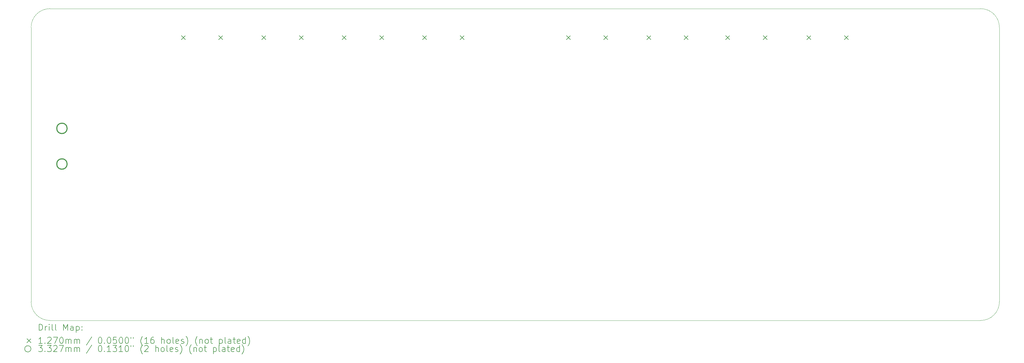
<source format=gbr>
%TF.GenerationSoftware,KiCad,Pcbnew,7.0.7*%
%TF.CreationDate,2024-01-25T11:56:01-05:00*%
%TF.ProjectId,AOML_AB_3.0_reorganized-v1,414f4d4c-5f41-4425-9f33-2e305f72656f,1*%
%TF.SameCoordinates,Original*%
%TF.FileFunction,Drillmap*%
%TF.FilePolarity,Positive*%
%FSLAX45Y45*%
G04 Gerber Fmt 4.5, Leading zero omitted, Abs format (unit mm)*
G04 Created by KiCad (PCBNEW 7.0.7) date 2024-01-25 11:56:01*
%MOMM*%
%LPD*%
G01*
G04 APERTURE LIST*
%ADD10C,0.100000*%
%ADD11C,0.200000*%
%ADD12C,0.127000*%
%ADD13C,0.332740*%
G04 APERTURE END LIST*
D10*
X5800000Y-8600000D02*
X35600000Y-8600000D01*
X36200000Y-9200000D02*
G75*
G03*
X35600000Y-8600000I-600000J0D01*
G01*
X36200000Y-9200000D02*
X36200000Y-18000000D01*
X5200000Y-18000000D02*
X5200000Y-9200000D01*
X5800000Y-8600000D02*
G75*
G03*
X5200000Y-9200000I0J-600000D01*
G01*
X35600000Y-18600000D02*
X5800000Y-18600000D01*
X35600000Y-18600000D02*
G75*
G03*
X36200000Y-18000000I0J600000D01*
G01*
X5200000Y-18000000D02*
G75*
G03*
X5800000Y-18600000I600000J0D01*
G01*
D11*
D12*
X10010467Y-9464000D02*
X10137467Y-9591000D01*
X10137467Y-9464000D02*
X10010467Y-9591000D01*
X11210465Y-9464000D02*
X11337465Y-9591000D01*
X11337465Y-9464000D02*
X11210465Y-9591000D01*
X12585812Y-9464000D02*
X12712812Y-9591000D01*
X12712812Y-9464000D02*
X12585812Y-9591000D01*
X13785810Y-9464000D02*
X13912810Y-9591000D01*
X13912810Y-9464000D02*
X13785810Y-9591000D01*
X15161157Y-9469500D02*
X15288157Y-9596500D01*
X15288157Y-9469500D02*
X15161157Y-9596500D01*
X16361155Y-9469500D02*
X16488155Y-9596500D01*
X16488155Y-9469500D02*
X16361155Y-9596500D01*
X17736502Y-9469500D02*
X17863502Y-9596500D01*
X17863502Y-9469500D02*
X17736502Y-9596500D01*
X18936500Y-9469500D02*
X19063500Y-9596500D01*
X19063500Y-9469500D02*
X18936500Y-9596500D01*
X22336502Y-9464000D02*
X22463502Y-9591000D01*
X22463502Y-9464000D02*
X22336502Y-9591000D01*
X23536500Y-9464000D02*
X23663500Y-9591000D01*
X23663500Y-9464000D02*
X23536500Y-9591000D01*
X24910467Y-9464000D02*
X25037467Y-9591000D01*
X25037467Y-9464000D02*
X24910467Y-9591000D01*
X26110465Y-9464000D02*
X26237465Y-9591000D01*
X26237465Y-9464000D02*
X26110465Y-9591000D01*
X27436502Y-9464000D02*
X27563502Y-9591000D01*
X27563502Y-9464000D02*
X27436502Y-9591000D01*
X28636500Y-9464000D02*
X28763500Y-9591000D01*
X28763500Y-9464000D02*
X28636500Y-9591000D01*
X30036502Y-9464000D02*
X30163502Y-9591000D01*
X30163502Y-9464000D02*
X30036502Y-9591000D01*
X31236500Y-9464000D02*
X31363500Y-9591000D01*
X31363500Y-9464000D02*
X31236500Y-9591000D01*
D13*
X6353270Y-12438990D02*
G75*
G03*
X6353270Y-12438990I-166370J0D01*
G01*
X6353270Y-13581990D02*
G75*
G03*
X6353270Y-13581990I-166370J0D01*
G01*
D11*
X5455777Y-18916484D02*
X5455777Y-18716484D01*
X5455777Y-18716484D02*
X5503396Y-18716484D01*
X5503396Y-18716484D02*
X5531967Y-18726008D01*
X5531967Y-18726008D02*
X5551015Y-18745055D01*
X5551015Y-18745055D02*
X5560539Y-18764103D01*
X5560539Y-18764103D02*
X5570063Y-18802198D01*
X5570063Y-18802198D02*
X5570063Y-18830770D01*
X5570063Y-18830770D02*
X5560539Y-18868865D01*
X5560539Y-18868865D02*
X5551015Y-18887912D01*
X5551015Y-18887912D02*
X5531967Y-18906960D01*
X5531967Y-18906960D02*
X5503396Y-18916484D01*
X5503396Y-18916484D02*
X5455777Y-18916484D01*
X5655777Y-18916484D02*
X5655777Y-18783150D01*
X5655777Y-18821246D02*
X5665301Y-18802198D01*
X5665301Y-18802198D02*
X5674824Y-18792674D01*
X5674824Y-18792674D02*
X5693872Y-18783150D01*
X5693872Y-18783150D02*
X5712920Y-18783150D01*
X5779586Y-18916484D02*
X5779586Y-18783150D01*
X5779586Y-18716484D02*
X5770062Y-18726008D01*
X5770062Y-18726008D02*
X5779586Y-18735531D01*
X5779586Y-18735531D02*
X5789110Y-18726008D01*
X5789110Y-18726008D02*
X5779586Y-18716484D01*
X5779586Y-18716484D02*
X5779586Y-18735531D01*
X5903396Y-18916484D02*
X5884348Y-18906960D01*
X5884348Y-18906960D02*
X5874824Y-18887912D01*
X5874824Y-18887912D02*
X5874824Y-18716484D01*
X6008158Y-18916484D02*
X5989110Y-18906960D01*
X5989110Y-18906960D02*
X5979586Y-18887912D01*
X5979586Y-18887912D02*
X5979586Y-18716484D01*
X6236729Y-18916484D02*
X6236729Y-18716484D01*
X6236729Y-18716484D02*
X6303396Y-18859341D01*
X6303396Y-18859341D02*
X6370062Y-18716484D01*
X6370062Y-18716484D02*
X6370062Y-18916484D01*
X6551015Y-18916484D02*
X6551015Y-18811722D01*
X6551015Y-18811722D02*
X6541491Y-18792674D01*
X6541491Y-18792674D02*
X6522443Y-18783150D01*
X6522443Y-18783150D02*
X6484348Y-18783150D01*
X6484348Y-18783150D02*
X6465301Y-18792674D01*
X6551015Y-18906960D02*
X6531967Y-18916484D01*
X6531967Y-18916484D02*
X6484348Y-18916484D01*
X6484348Y-18916484D02*
X6465301Y-18906960D01*
X6465301Y-18906960D02*
X6455777Y-18887912D01*
X6455777Y-18887912D02*
X6455777Y-18868865D01*
X6455777Y-18868865D02*
X6465301Y-18849817D01*
X6465301Y-18849817D02*
X6484348Y-18840293D01*
X6484348Y-18840293D02*
X6531967Y-18840293D01*
X6531967Y-18840293D02*
X6551015Y-18830770D01*
X6646253Y-18783150D02*
X6646253Y-18983150D01*
X6646253Y-18792674D02*
X6665301Y-18783150D01*
X6665301Y-18783150D02*
X6703396Y-18783150D01*
X6703396Y-18783150D02*
X6722443Y-18792674D01*
X6722443Y-18792674D02*
X6731967Y-18802198D01*
X6731967Y-18802198D02*
X6741491Y-18821246D01*
X6741491Y-18821246D02*
X6741491Y-18878389D01*
X6741491Y-18878389D02*
X6731967Y-18897436D01*
X6731967Y-18897436D02*
X6722443Y-18906960D01*
X6722443Y-18906960D02*
X6703396Y-18916484D01*
X6703396Y-18916484D02*
X6665301Y-18916484D01*
X6665301Y-18916484D02*
X6646253Y-18906960D01*
X6827205Y-18897436D02*
X6836729Y-18906960D01*
X6836729Y-18906960D02*
X6827205Y-18916484D01*
X6827205Y-18916484D02*
X6817682Y-18906960D01*
X6817682Y-18906960D02*
X6827205Y-18897436D01*
X6827205Y-18897436D02*
X6827205Y-18916484D01*
X6827205Y-18792674D02*
X6836729Y-18802198D01*
X6836729Y-18802198D02*
X6827205Y-18811722D01*
X6827205Y-18811722D02*
X6817682Y-18802198D01*
X6817682Y-18802198D02*
X6827205Y-18792674D01*
X6827205Y-18792674D02*
X6827205Y-18811722D01*
D12*
X5068000Y-19181500D02*
X5195000Y-19308500D01*
X5195000Y-19181500D02*
X5068000Y-19308500D01*
D11*
X5560539Y-19336484D02*
X5446253Y-19336484D01*
X5503396Y-19336484D02*
X5503396Y-19136484D01*
X5503396Y-19136484D02*
X5484348Y-19165055D01*
X5484348Y-19165055D02*
X5465301Y-19184103D01*
X5465301Y-19184103D02*
X5446253Y-19193627D01*
X5646253Y-19317436D02*
X5655777Y-19326960D01*
X5655777Y-19326960D02*
X5646253Y-19336484D01*
X5646253Y-19336484D02*
X5636729Y-19326960D01*
X5636729Y-19326960D02*
X5646253Y-19317436D01*
X5646253Y-19317436D02*
X5646253Y-19336484D01*
X5731967Y-19155531D02*
X5741491Y-19146008D01*
X5741491Y-19146008D02*
X5760539Y-19136484D01*
X5760539Y-19136484D02*
X5808158Y-19136484D01*
X5808158Y-19136484D02*
X5827205Y-19146008D01*
X5827205Y-19146008D02*
X5836729Y-19155531D01*
X5836729Y-19155531D02*
X5846253Y-19174579D01*
X5846253Y-19174579D02*
X5846253Y-19193627D01*
X5846253Y-19193627D02*
X5836729Y-19222198D01*
X5836729Y-19222198D02*
X5722443Y-19336484D01*
X5722443Y-19336484D02*
X5846253Y-19336484D01*
X5912920Y-19136484D02*
X6046253Y-19136484D01*
X6046253Y-19136484D02*
X5960539Y-19336484D01*
X6160539Y-19136484D02*
X6179586Y-19136484D01*
X6179586Y-19136484D02*
X6198634Y-19146008D01*
X6198634Y-19146008D02*
X6208158Y-19155531D01*
X6208158Y-19155531D02*
X6217682Y-19174579D01*
X6217682Y-19174579D02*
X6227205Y-19212674D01*
X6227205Y-19212674D02*
X6227205Y-19260293D01*
X6227205Y-19260293D02*
X6217682Y-19298389D01*
X6217682Y-19298389D02*
X6208158Y-19317436D01*
X6208158Y-19317436D02*
X6198634Y-19326960D01*
X6198634Y-19326960D02*
X6179586Y-19336484D01*
X6179586Y-19336484D02*
X6160539Y-19336484D01*
X6160539Y-19336484D02*
X6141491Y-19326960D01*
X6141491Y-19326960D02*
X6131967Y-19317436D01*
X6131967Y-19317436D02*
X6122443Y-19298389D01*
X6122443Y-19298389D02*
X6112920Y-19260293D01*
X6112920Y-19260293D02*
X6112920Y-19212674D01*
X6112920Y-19212674D02*
X6122443Y-19174579D01*
X6122443Y-19174579D02*
X6131967Y-19155531D01*
X6131967Y-19155531D02*
X6141491Y-19146008D01*
X6141491Y-19146008D02*
X6160539Y-19136484D01*
X6312920Y-19336484D02*
X6312920Y-19203150D01*
X6312920Y-19222198D02*
X6322443Y-19212674D01*
X6322443Y-19212674D02*
X6341491Y-19203150D01*
X6341491Y-19203150D02*
X6370063Y-19203150D01*
X6370063Y-19203150D02*
X6389110Y-19212674D01*
X6389110Y-19212674D02*
X6398634Y-19231722D01*
X6398634Y-19231722D02*
X6398634Y-19336484D01*
X6398634Y-19231722D02*
X6408158Y-19212674D01*
X6408158Y-19212674D02*
X6427205Y-19203150D01*
X6427205Y-19203150D02*
X6455777Y-19203150D01*
X6455777Y-19203150D02*
X6474824Y-19212674D01*
X6474824Y-19212674D02*
X6484348Y-19231722D01*
X6484348Y-19231722D02*
X6484348Y-19336484D01*
X6579586Y-19336484D02*
X6579586Y-19203150D01*
X6579586Y-19222198D02*
X6589110Y-19212674D01*
X6589110Y-19212674D02*
X6608158Y-19203150D01*
X6608158Y-19203150D02*
X6636729Y-19203150D01*
X6636729Y-19203150D02*
X6655777Y-19212674D01*
X6655777Y-19212674D02*
X6665301Y-19231722D01*
X6665301Y-19231722D02*
X6665301Y-19336484D01*
X6665301Y-19231722D02*
X6674824Y-19212674D01*
X6674824Y-19212674D02*
X6693872Y-19203150D01*
X6693872Y-19203150D02*
X6722443Y-19203150D01*
X6722443Y-19203150D02*
X6741491Y-19212674D01*
X6741491Y-19212674D02*
X6751015Y-19231722D01*
X6751015Y-19231722D02*
X6751015Y-19336484D01*
X7141491Y-19126960D02*
X6970063Y-19384103D01*
X7398634Y-19136484D02*
X7417682Y-19136484D01*
X7417682Y-19136484D02*
X7436729Y-19146008D01*
X7436729Y-19146008D02*
X7446253Y-19155531D01*
X7446253Y-19155531D02*
X7455777Y-19174579D01*
X7455777Y-19174579D02*
X7465301Y-19212674D01*
X7465301Y-19212674D02*
X7465301Y-19260293D01*
X7465301Y-19260293D02*
X7455777Y-19298389D01*
X7455777Y-19298389D02*
X7446253Y-19317436D01*
X7446253Y-19317436D02*
X7436729Y-19326960D01*
X7436729Y-19326960D02*
X7417682Y-19336484D01*
X7417682Y-19336484D02*
X7398634Y-19336484D01*
X7398634Y-19336484D02*
X7379586Y-19326960D01*
X7379586Y-19326960D02*
X7370063Y-19317436D01*
X7370063Y-19317436D02*
X7360539Y-19298389D01*
X7360539Y-19298389D02*
X7351015Y-19260293D01*
X7351015Y-19260293D02*
X7351015Y-19212674D01*
X7351015Y-19212674D02*
X7360539Y-19174579D01*
X7360539Y-19174579D02*
X7370063Y-19155531D01*
X7370063Y-19155531D02*
X7379586Y-19146008D01*
X7379586Y-19146008D02*
X7398634Y-19136484D01*
X7551015Y-19317436D02*
X7560539Y-19326960D01*
X7560539Y-19326960D02*
X7551015Y-19336484D01*
X7551015Y-19336484D02*
X7541491Y-19326960D01*
X7541491Y-19326960D02*
X7551015Y-19317436D01*
X7551015Y-19317436D02*
X7551015Y-19336484D01*
X7684348Y-19136484D02*
X7703396Y-19136484D01*
X7703396Y-19136484D02*
X7722444Y-19146008D01*
X7722444Y-19146008D02*
X7731967Y-19155531D01*
X7731967Y-19155531D02*
X7741491Y-19174579D01*
X7741491Y-19174579D02*
X7751015Y-19212674D01*
X7751015Y-19212674D02*
X7751015Y-19260293D01*
X7751015Y-19260293D02*
X7741491Y-19298389D01*
X7741491Y-19298389D02*
X7731967Y-19317436D01*
X7731967Y-19317436D02*
X7722444Y-19326960D01*
X7722444Y-19326960D02*
X7703396Y-19336484D01*
X7703396Y-19336484D02*
X7684348Y-19336484D01*
X7684348Y-19336484D02*
X7665301Y-19326960D01*
X7665301Y-19326960D02*
X7655777Y-19317436D01*
X7655777Y-19317436D02*
X7646253Y-19298389D01*
X7646253Y-19298389D02*
X7636729Y-19260293D01*
X7636729Y-19260293D02*
X7636729Y-19212674D01*
X7636729Y-19212674D02*
X7646253Y-19174579D01*
X7646253Y-19174579D02*
X7655777Y-19155531D01*
X7655777Y-19155531D02*
X7665301Y-19146008D01*
X7665301Y-19146008D02*
X7684348Y-19136484D01*
X7931967Y-19136484D02*
X7836729Y-19136484D01*
X7836729Y-19136484D02*
X7827206Y-19231722D01*
X7827206Y-19231722D02*
X7836729Y-19222198D01*
X7836729Y-19222198D02*
X7855777Y-19212674D01*
X7855777Y-19212674D02*
X7903396Y-19212674D01*
X7903396Y-19212674D02*
X7922444Y-19222198D01*
X7922444Y-19222198D02*
X7931967Y-19231722D01*
X7931967Y-19231722D02*
X7941491Y-19250770D01*
X7941491Y-19250770D02*
X7941491Y-19298389D01*
X7941491Y-19298389D02*
X7931967Y-19317436D01*
X7931967Y-19317436D02*
X7922444Y-19326960D01*
X7922444Y-19326960D02*
X7903396Y-19336484D01*
X7903396Y-19336484D02*
X7855777Y-19336484D01*
X7855777Y-19336484D02*
X7836729Y-19326960D01*
X7836729Y-19326960D02*
X7827206Y-19317436D01*
X8065301Y-19136484D02*
X8084348Y-19136484D01*
X8084348Y-19136484D02*
X8103396Y-19146008D01*
X8103396Y-19146008D02*
X8112920Y-19155531D01*
X8112920Y-19155531D02*
X8122444Y-19174579D01*
X8122444Y-19174579D02*
X8131967Y-19212674D01*
X8131967Y-19212674D02*
X8131967Y-19260293D01*
X8131967Y-19260293D02*
X8122444Y-19298389D01*
X8122444Y-19298389D02*
X8112920Y-19317436D01*
X8112920Y-19317436D02*
X8103396Y-19326960D01*
X8103396Y-19326960D02*
X8084348Y-19336484D01*
X8084348Y-19336484D02*
X8065301Y-19336484D01*
X8065301Y-19336484D02*
X8046253Y-19326960D01*
X8046253Y-19326960D02*
X8036729Y-19317436D01*
X8036729Y-19317436D02*
X8027206Y-19298389D01*
X8027206Y-19298389D02*
X8017682Y-19260293D01*
X8017682Y-19260293D02*
X8017682Y-19212674D01*
X8017682Y-19212674D02*
X8027206Y-19174579D01*
X8027206Y-19174579D02*
X8036729Y-19155531D01*
X8036729Y-19155531D02*
X8046253Y-19146008D01*
X8046253Y-19146008D02*
X8065301Y-19136484D01*
X8255777Y-19136484D02*
X8274825Y-19136484D01*
X8274825Y-19136484D02*
X8293872Y-19146008D01*
X8293872Y-19146008D02*
X8303396Y-19155531D01*
X8303396Y-19155531D02*
X8312920Y-19174579D01*
X8312920Y-19174579D02*
X8322444Y-19212674D01*
X8322444Y-19212674D02*
X8322444Y-19260293D01*
X8322444Y-19260293D02*
X8312920Y-19298389D01*
X8312920Y-19298389D02*
X8303396Y-19317436D01*
X8303396Y-19317436D02*
X8293872Y-19326960D01*
X8293872Y-19326960D02*
X8274825Y-19336484D01*
X8274825Y-19336484D02*
X8255777Y-19336484D01*
X8255777Y-19336484D02*
X8236729Y-19326960D01*
X8236729Y-19326960D02*
X8227206Y-19317436D01*
X8227206Y-19317436D02*
X8217682Y-19298389D01*
X8217682Y-19298389D02*
X8208158Y-19260293D01*
X8208158Y-19260293D02*
X8208158Y-19212674D01*
X8208158Y-19212674D02*
X8217682Y-19174579D01*
X8217682Y-19174579D02*
X8227206Y-19155531D01*
X8227206Y-19155531D02*
X8236729Y-19146008D01*
X8236729Y-19146008D02*
X8255777Y-19136484D01*
X8398634Y-19136484D02*
X8398634Y-19174579D01*
X8474825Y-19136484D02*
X8474825Y-19174579D01*
X8770063Y-19412674D02*
X8760539Y-19403150D01*
X8760539Y-19403150D02*
X8741491Y-19374579D01*
X8741491Y-19374579D02*
X8731968Y-19355531D01*
X8731968Y-19355531D02*
X8722444Y-19326960D01*
X8722444Y-19326960D02*
X8712920Y-19279341D01*
X8712920Y-19279341D02*
X8712920Y-19241246D01*
X8712920Y-19241246D02*
X8722444Y-19193627D01*
X8722444Y-19193627D02*
X8731968Y-19165055D01*
X8731968Y-19165055D02*
X8741491Y-19146008D01*
X8741491Y-19146008D02*
X8760539Y-19117436D01*
X8760539Y-19117436D02*
X8770063Y-19107912D01*
X8951015Y-19336484D02*
X8836730Y-19336484D01*
X8893872Y-19336484D02*
X8893872Y-19136484D01*
X8893872Y-19136484D02*
X8874825Y-19165055D01*
X8874825Y-19165055D02*
X8855777Y-19184103D01*
X8855777Y-19184103D02*
X8836730Y-19193627D01*
X9122444Y-19136484D02*
X9084349Y-19136484D01*
X9084349Y-19136484D02*
X9065301Y-19146008D01*
X9065301Y-19146008D02*
X9055777Y-19155531D01*
X9055777Y-19155531D02*
X9036730Y-19184103D01*
X9036730Y-19184103D02*
X9027206Y-19222198D01*
X9027206Y-19222198D02*
X9027206Y-19298389D01*
X9027206Y-19298389D02*
X9036730Y-19317436D01*
X9036730Y-19317436D02*
X9046253Y-19326960D01*
X9046253Y-19326960D02*
X9065301Y-19336484D01*
X9065301Y-19336484D02*
X9103396Y-19336484D01*
X9103396Y-19336484D02*
X9122444Y-19326960D01*
X9122444Y-19326960D02*
X9131968Y-19317436D01*
X9131968Y-19317436D02*
X9141491Y-19298389D01*
X9141491Y-19298389D02*
X9141491Y-19250770D01*
X9141491Y-19250770D02*
X9131968Y-19231722D01*
X9131968Y-19231722D02*
X9122444Y-19222198D01*
X9122444Y-19222198D02*
X9103396Y-19212674D01*
X9103396Y-19212674D02*
X9065301Y-19212674D01*
X9065301Y-19212674D02*
X9046253Y-19222198D01*
X9046253Y-19222198D02*
X9036730Y-19231722D01*
X9036730Y-19231722D02*
X9027206Y-19250770D01*
X9379587Y-19336484D02*
X9379587Y-19136484D01*
X9465301Y-19336484D02*
X9465301Y-19231722D01*
X9465301Y-19231722D02*
X9455777Y-19212674D01*
X9455777Y-19212674D02*
X9436730Y-19203150D01*
X9436730Y-19203150D02*
X9408158Y-19203150D01*
X9408158Y-19203150D02*
X9389111Y-19212674D01*
X9389111Y-19212674D02*
X9379587Y-19222198D01*
X9589111Y-19336484D02*
X9570063Y-19326960D01*
X9570063Y-19326960D02*
X9560539Y-19317436D01*
X9560539Y-19317436D02*
X9551015Y-19298389D01*
X9551015Y-19298389D02*
X9551015Y-19241246D01*
X9551015Y-19241246D02*
X9560539Y-19222198D01*
X9560539Y-19222198D02*
X9570063Y-19212674D01*
X9570063Y-19212674D02*
X9589111Y-19203150D01*
X9589111Y-19203150D02*
X9617682Y-19203150D01*
X9617682Y-19203150D02*
X9636730Y-19212674D01*
X9636730Y-19212674D02*
X9646253Y-19222198D01*
X9646253Y-19222198D02*
X9655777Y-19241246D01*
X9655777Y-19241246D02*
X9655777Y-19298389D01*
X9655777Y-19298389D02*
X9646253Y-19317436D01*
X9646253Y-19317436D02*
X9636730Y-19326960D01*
X9636730Y-19326960D02*
X9617682Y-19336484D01*
X9617682Y-19336484D02*
X9589111Y-19336484D01*
X9770063Y-19336484D02*
X9751015Y-19326960D01*
X9751015Y-19326960D02*
X9741492Y-19307912D01*
X9741492Y-19307912D02*
X9741492Y-19136484D01*
X9922444Y-19326960D02*
X9903396Y-19336484D01*
X9903396Y-19336484D02*
X9865301Y-19336484D01*
X9865301Y-19336484D02*
X9846253Y-19326960D01*
X9846253Y-19326960D02*
X9836730Y-19307912D01*
X9836730Y-19307912D02*
X9836730Y-19231722D01*
X9836730Y-19231722D02*
X9846253Y-19212674D01*
X9846253Y-19212674D02*
X9865301Y-19203150D01*
X9865301Y-19203150D02*
X9903396Y-19203150D01*
X9903396Y-19203150D02*
X9922444Y-19212674D01*
X9922444Y-19212674D02*
X9931968Y-19231722D01*
X9931968Y-19231722D02*
X9931968Y-19250770D01*
X9931968Y-19250770D02*
X9836730Y-19269817D01*
X10008158Y-19326960D02*
X10027206Y-19336484D01*
X10027206Y-19336484D02*
X10065301Y-19336484D01*
X10065301Y-19336484D02*
X10084349Y-19326960D01*
X10084349Y-19326960D02*
X10093873Y-19307912D01*
X10093873Y-19307912D02*
X10093873Y-19298389D01*
X10093873Y-19298389D02*
X10084349Y-19279341D01*
X10084349Y-19279341D02*
X10065301Y-19269817D01*
X10065301Y-19269817D02*
X10036730Y-19269817D01*
X10036730Y-19269817D02*
X10017682Y-19260293D01*
X10017682Y-19260293D02*
X10008158Y-19241246D01*
X10008158Y-19241246D02*
X10008158Y-19231722D01*
X10008158Y-19231722D02*
X10017682Y-19212674D01*
X10017682Y-19212674D02*
X10036730Y-19203150D01*
X10036730Y-19203150D02*
X10065301Y-19203150D01*
X10065301Y-19203150D02*
X10084349Y-19212674D01*
X10160539Y-19412674D02*
X10170063Y-19403150D01*
X10170063Y-19403150D02*
X10189111Y-19374579D01*
X10189111Y-19374579D02*
X10198634Y-19355531D01*
X10198634Y-19355531D02*
X10208158Y-19326960D01*
X10208158Y-19326960D02*
X10217682Y-19279341D01*
X10217682Y-19279341D02*
X10217682Y-19241246D01*
X10217682Y-19241246D02*
X10208158Y-19193627D01*
X10208158Y-19193627D02*
X10198634Y-19165055D01*
X10198634Y-19165055D02*
X10189111Y-19146008D01*
X10189111Y-19146008D02*
X10170063Y-19117436D01*
X10170063Y-19117436D02*
X10160539Y-19107912D01*
X10522444Y-19412674D02*
X10512920Y-19403150D01*
X10512920Y-19403150D02*
X10493873Y-19374579D01*
X10493873Y-19374579D02*
X10484349Y-19355531D01*
X10484349Y-19355531D02*
X10474825Y-19326960D01*
X10474825Y-19326960D02*
X10465301Y-19279341D01*
X10465301Y-19279341D02*
X10465301Y-19241246D01*
X10465301Y-19241246D02*
X10474825Y-19193627D01*
X10474825Y-19193627D02*
X10484349Y-19165055D01*
X10484349Y-19165055D02*
X10493873Y-19146008D01*
X10493873Y-19146008D02*
X10512920Y-19117436D01*
X10512920Y-19117436D02*
X10522444Y-19107912D01*
X10598634Y-19203150D02*
X10598634Y-19336484D01*
X10598634Y-19222198D02*
X10608158Y-19212674D01*
X10608158Y-19212674D02*
X10627206Y-19203150D01*
X10627206Y-19203150D02*
X10655777Y-19203150D01*
X10655777Y-19203150D02*
X10674825Y-19212674D01*
X10674825Y-19212674D02*
X10684349Y-19231722D01*
X10684349Y-19231722D02*
X10684349Y-19336484D01*
X10808158Y-19336484D02*
X10789111Y-19326960D01*
X10789111Y-19326960D02*
X10779587Y-19317436D01*
X10779587Y-19317436D02*
X10770063Y-19298389D01*
X10770063Y-19298389D02*
X10770063Y-19241246D01*
X10770063Y-19241246D02*
X10779587Y-19222198D01*
X10779587Y-19222198D02*
X10789111Y-19212674D01*
X10789111Y-19212674D02*
X10808158Y-19203150D01*
X10808158Y-19203150D02*
X10836730Y-19203150D01*
X10836730Y-19203150D02*
X10855777Y-19212674D01*
X10855777Y-19212674D02*
X10865301Y-19222198D01*
X10865301Y-19222198D02*
X10874825Y-19241246D01*
X10874825Y-19241246D02*
X10874825Y-19298389D01*
X10874825Y-19298389D02*
X10865301Y-19317436D01*
X10865301Y-19317436D02*
X10855777Y-19326960D01*
X10855777Y-19326960D02*
X10836730Y-19336484D01*
X10836730Y-19336484D02*
X10808158Y-19336484D01*
X10931968Y-19203150D02*
X11008158Y-19203150D01*
X10960539Y-19136484D02*
X10960539Y-19307912D01*
X10960539Y-19307912D02*
X10970063Y-19326960D01*
X10970063Y-19326960D02*
X10989111Y-19336484D01*
X10989111Y-19336484D02*
X11008158Y-19336484D01*
X11227206Y-19203150D02*
X11227206Y-19403150D01*
X11227206Y-19212674D02*
X11246253Y-19203150D01*
X11246253Y-19203150D02*
X11284349Y-19203150D01*
X11284349Y-19203150D02*
X11303396Y-19212674D01*
X11303396Y-19212674D02*
X11312920Y-19222198D01*
X11312920Y-19222198D02*
X11322444Y-19241246D01*
X11322444Y-19241246D02*
X11322444Y-19298389D01*
X11322444Y-19298389D02*
X11312920Y-19317436D01*
X11312920Y-19317436D02*
X11303396Y-19326960D01*
X11303396Y-19326960D02*
X11284349Y-19336484D01*
X11284349Y-19336484D02*
X11246253Y-19336484D01*
X11246253Y-19336484D02*
X11227206Y-19326960D01*
X11436730Y-19336484D02*
X11417682Y-19326960D01*
X11417682Y-19326960D02*
X11408158Y-19307912D01*
X11408158Y-19307912D02*
X11408158Y-19136484D01*
X11598634Y-19336484D02*
X11598634Y-19231722D01*
X11598634Y-19231722D02*
X11589111Y-19212674D01*
X11589111Y-19212674D02*
X11570063Y-19203150D01*
X11570063Y-19203150D02*
X11531968Y-19203150D01*
X11531968Y-19203150D02*
X11512920Y-19212674D01*
X11598634Y-19326960D02*
X11579587Y-19336484D01*
X11579587Y-19336484D02*
X11531968Y-19336484D01*
X11531968Y-19336484D02*
X11512920Y-19326960D01*
X11512920Y-19326960D02*
X11503396Y-19307912D01*
X11503396Y-19307912D02*
X11503396Y-19288865D01*
X11503396Y-19288865D02*
X11512920Y-19269817D01*
X11512920Y-19269817D02*
X11531968Y-19260293D01*
X11531968Y-19260293D02*
X11579587Y-19260293D01*
X11579587Y-19260293D02*
X11598634Y-19250770D01*
X11665301Y-19203150D02*
X11741492Y-19203150D01*
X11693873Y-19136484D02*
X11693873Y-19307912D01*
X11693873Y-19307912D02*
X11703396Y-19326960D01*
X11703396Y-19326960D02*
X11722444Y-19336484D01*
X11722444Y-19336484D02*
X11741492Y-19336484D01*
X11884349Y-19326960D02*
X11865301Y-19336484D01*
X11865301Y-19336484D02*
X11827206Y-19336484D01*
X11827206Y-19336484D02*
X11808158Y-19326960D01*
X11808158Y-19326960D02*
X11798634Y-19307912D01*
X11798634Y-19307912D02*
X11798634Y-19231722D01*
X11798634Y-19231722D02*
X11808158Y-19212674D01*
X11808158Y-19212674D02*
X11827206Y-19203150D01*
X11827206Y-19203150D02*
X11865301Y-19203150D01*
X11865301Y-19203150D02*
X11884349Y-19212674D01*
X11884349Y-19212674D02*
X11893873Y-19231722D01*
X11893873Y-19231722D02*
X11893873Y-19250770D01*
X11893873Y-19250770D02*
X11798634Y-19269817D01*
X12065301Y-19336484D02*
X12065301Y-19136484D01*
X12065301Y-19326960D02*
X12046254Y-19336484D01*
X12046254Y-19336484D02*
X12008158Y-19336484D01*
X12008158Y-19336484D02*
X11989111Y-19326960D01*
X11989111Y-19326960D02*
X11979587Y-19317436D01*
X11979587Y-19317436D02*
X11970063Y-19298389D01*
X11970063Y-19298389D02*
X11970063Y-19241246D01*
X11970063Y-19241246D02*
X11979587Y-19222198D01*
X11979587Y-19222198D02*
X11989111Y-19212674D01*
X11989111Y-19212674D02*
X12008158Y-19203150D01*
X12008158Y-19203150D02*
X12046254Y-19203150D01*
X12046254Y-19203150D02*
X12065301Y-19212674D01*
X12141492Y-19412674D02*
X12151015Y-19403150D01*
X12151015Y-19403150D02*
X12170063Y-19374579D01*
X12170063Y-19374579D02*
X12179587Y-19355531D01*
X12179587Y-19355531D02*
X12189111Y-19326960D01*
X12189111Y-19326960D02*
X12198634Y-19279341D01*
X12198634Y-19279341D02*
X12198634Y-19241246D01*
X12198634Y-19241246D02*
X12189111Y-19193627D01*
X12189111Y-19193627D02*
X12179587Y-19165055D01*
X12179587Y-19165055D02*
X12170063Y-19146008D01*
X12170063Y-19146008D02*
X12151015Y-19117436D01*
X12151015Y-19117436D02*
X12141492Y-19107912D01*
X5195000Y-19509000D02*
G75*
G03*
X5195000Y-19509000I-100000J0D01*
G01*
X5436729Y-19400484D02*
X5560539Y-19400484D01*
X5560539Y-19400484D02*
X5493872Y-19476674D01*
X5493872Y-19476674D02*
X5522444Y-19476674D01*
X5522444Y-19476674D02*
X5541491Y-19486198D01*
X5541491Y-19486198D02*
X5551015Y-19495722D01*
X5551015Y-19495722D02*
X5560539Y-19514770D01*
X5560539Y-19514770D02*
X5560539Y-19562389D01*
X5560539Y-19562389D02*
X5551015Y-19581436D01*
X5551015Y-19581436D02*
X5541491Y-19590960D01*
X5541491Y-19590960D02*
X5522444Y-19600484D01*
X5522444Y-19600484D02*
X5465301Y-19600484D01*
X5465301Y-19600484D02*
X5446253Y-19590960D01*
X5446253Y-19590960D02*
X5436729Y-19581436D01*
X5646253Y-19581436D02*
X5655777Y-19590960D01*
X5655777Y-19590960D02*
X5646253Y-19600484D01*
X5646253Y-19600484D02*
X5636729Y-19590960D01*
X5636729Y-19590960D02*
X5646253Y-19581436D01*
X5646253Y-19581436D02*
X5646253Y-19600484D01*
X5722443Y-19400484D02*
X5846253Y-19400484D01*
X5846253Y-19400484D02*
X5779586Y-19476674D01*
X5779586Y-19476674D02*
X5808158Y-19476674D01*
X5808158Y-19476674D02*
X5827205Y-19486198D01*
X5827205Y-19486198D02*
X5836729Y-19495722D01*
X5836729Y-19495722D02*
X5846253Y-19514770D01*
X5846253Y-19514770D02*
X5846253Y-19562389D01*
X5846253Y-19562389D02*
X5836729Y-19581436D01*
X5836729Y-19581436D02*
X5827205Y-19590960D01*
X5827205Y-19590960D02*
X5808158Y-19600484D01*
X5808158Y-19600484D02*
X5751015Y-19600484D01*
X5751015Y-19600484D02*
X5731967Y-19590960D01*
X5731967Y-19590960D02*
X5722443Y-19581436D01*
X5922443Y-19419531D02*
X5931967Y-19410008D01*
X5931967Y-19410008D02*
X5951015Y-19400484D01*
X5951015Y-19400484D02*
X5998634Y-19400484D01*
X5998634Y-19400484D02*
X6017682Y-19410008D01*
X6017682Y-19410008D02*
X6027205Y-19419531D01*
X6027205Y-19419531D02*
X6036729Y-19438579D01*
X6036729Y-19438579D02*
X6036729Y-19457627D01*
X6036729Y-19457627D02*
X6027205Y-19486198D01*
X6027205Y-19486198D02*
X5912920Y-19600484D01*
X5912920Y-19600484D02*
X6036729Y-19600484D01*
X6103396Y-19400484D02*
X6236729Y-19400484D01*
X6236729Y-19400484D02*
X6151015Y-19600484D01*
X6312920Y-19600484D02*
X6312920Y-19467150D01*
X6312920Y-19486198D02*
X6322443Y-19476674D01*
X6322443Y-19476674D02*
X6341491Y-19467150D01*
X6341491Y-19467150D02*
X6370063Y-19467150D01*
X6370063Y-19467150D02*
X6389110Y-19476674D01*
X6389110Y-19476674D02*
X6398634Y-19495722D01*
X6398634Y-19495722D02*
X6398634Y-19600484D01*
X6398634Y-19495722D02*
X6408158Y-19476674D01*
X6408158Y-19476674D02*
X6427205Y-19467150D01*
X6427205Y-19467150D02*
X6455777Y-19467150D01*
X6455777Y-19467150D02*
X6474824Y-19476674D01*
X6474824Y-19476674D02*
X6484348Y-19495722D01*
X6484348Y-19495722D02*
X6484348Y-19600484D01*
X6579586Y-19600484D02*
X6579586Y-19467150D01*
X6579586Y-19486198D02*
X6589110Y-19476674D01*
X6589110Y-19476674D02*
X6608158Y-19467150D01*
X6608158Y-19467150D02*
X6636729Y-19467150D01*
X6636729Y-19467150D02*
X6655777Y-19476674D01*
X6655777Y-19476674D02*
X6665301Y-19495722D01*
X6665301Y-19495722D02*
X6665301Y-19600484D01*
X6665301Y-19495722D02*
X6674824Y-19476674D01*
X6674824Y-19476674D02*
X6693872Y-19467150D01*
X6693872Y-19467150D02*
X6722443Y-19467150D01*
X6722443Y-19467150D02*
X6741491Y-19476674D01*
X6741491Y-19476674D02*
X6751015Y-19495722D01*
X6751015Y-19495722D02*
X6751015Y-19600484D01*
X7141491Y-19390960D02*
X6970063Y-19648103D01*
X7398634Y-19400484D02*
X7417682Y-19400484D01*
X7417682Y-19400484D02*
X7436729Y-19410008D01*
X7436729Y-19410008D02*
X7446253Y-19419531D01*
X7446253Y-19419531D02*
X7455777Y-19438579D01*
X7455777Y-19438579D02*
X7465301Y-19476674D01*
X7465301Y-19476674D02*
X7465301Y-19524293D01*
X7465301Y-19524293D02*
X7455777Y-19562389D01*
X7455777Y-19562389D02*
X7446253Y-19581436D01*
X7446253Y-19581436D02*
X7436729Y-19590960D01*
X7436729Y-19590960D02*
X7417682Y-19600484D01*
X7417682Y-19600484D02*
X7398634Y-19600484D01*
X7398634Y-19600484D02*
X7379586Y-19590960D01*
X7379586Y-19590960D02*
X7370063Y-19581436D01*
X7370063Y-19581436D02*
X7360539Y-19562389D01*
X7360539Y-19562389D02*
X7351015Y-19524293D01*
X7351015Y-19524293D02*
X7351015Y-19476674D01*
X7351015Y-19476674D02*
X7360539Y-19438579D01*
X7360539Y-19438579D02*
X7370063Y-19419531D01*
X7370063Y-19419531D02*
X7379586Y-19410008D01*
X7379586Y-19410008D02*
X7398634Y-19400484D01*
X7551015Y-19581436D02*
X7560539Y-19590960D01*
X7560539Y-19590960D02*
X7551015Y-19600484D01*
X7551015Y-19600484D02*
X7541491Y-19590960D01*
X7541491Y-19590960D02*
X7551015Y-19581436D01*
X7551015Y-19581436D02*
X7551015Y-19600484D01*
X7751015Y-19600484D02*
X7636729Y-19600484D01*
X7693872Y-19600484D02*
X7693872Y-19400484D01*
X7693872Y-19400484D02*
X7674825Y-19429055D01*
X7674825Y-19429055D02*
X7655777Y-19448103D01*
X7655777Y-19448103D02*
X7636729Y-19457627D01*
X7817682Y-19400484D02*
X7941491Y-19400484D01*
X7941491Y-19400484D02*
X7874825Y-19476674D01*
X7874825Y-19476674D02*
X7903396Y-19476674D01*
X7903396Y-19476674D02*
X7922444Y-19486198D01*
X7922444Y-19486198D02*
X7931967Y-19495722D01*
X7931967Y-19495722D02*
X7941491Y-19514770D01*
X7941491Y-19514770D02*
X7941491Y-19562389D01*
X7941491Y-19562389D02*
X7931967Y-19581436D01*
X7931967Y-19581436D02*
X7922444Y-19590960D01*
X7922444Y-19590960D02*
X7903396Y-19600484D01*
X7903396Y-19600484D02*
X7846253Y-19600484D01*
X7846253Y-19600484D02*
X7827206Y-19590960D01*
X7827206Y-19590960D02*
X7817682Y-19581436D01*
X8131967Y-19600484D02*
X8017682Y-19600484D01*
X8074825Y-19600484D02*
X8074825Y-19400484D01*
X8074825Y-19400484D02*
X8055777Y-19429055D01*
X8055777Y-19429055D02*
X8036729Y-19448103D01*
X8036729Y-19448103D02*
X8017682Y-19457627D01*
X8255777Y-19400484D02*
X8274825Y-19400484D01*
X8274825Y-19400484D02*
X8293872Y-19410008D01*
X8293872Y-19410008D02*
X8303396Y-19419531D01*
X8303396Y-19419531D02*
X8312920Y-19438579D01*
X8312920Y-19438579D02*
X8322444Y-19476674D01*
X8322444Y-19476674D02*
X8322444Y-19524293D01*
X8322444Y-19524293D02*
X8312920Y-19562389D01*
X8312920Y-19562389D02*
X8303396Y-19581436D01*
X8303396Y-19581436D02*
X8293872Y-19590960D01*
X8293872Y-19590960D02*
X8274825Y-19600484D01*
X8274825Y-19600484D02*
X8255777Y-19600484D01*
X8255777Y-19600484D02*
X8236729Y-19590960D01*
X8236729Y-19590960D02*
X8227206Y-19581436D01*
X8227206Y-19581436D02*
X8217682Y-19562389D01*
X8217682Y-19562389D02*
X8208158Y-19524293D01*
X8208158Y-19524293D02*
X8208158Y-19476674D01*
X8208158Y-19476674D02*
X8217682Y-19438579D01*
X8217682Y-19438579D02*
X8227206Y-19419531D01*
X8227206Y-19419531D02*
X8236729Y-19410008D01*
X8236729Y-19410008D02*
X8255777Y-19400484D01*
X8398634Y-19400484D02*
X8398634Y-19438579D01*
X8474825Y-19400484D02*
X8474825Y-19438579D01*
X8770063Y-19676674D02*
X8760539Y-19667150D01*
X8760539Y-19667150D02*
X8741491Y-19638579D01*
X8741491Y-19638579D02*
X8731968Y-19619531D01*
X8731968Y-19619531D02*
X8722444Y-19590960D01*
X8722444Y-19590960D02*
X8712920Y-19543341D01*
X8712920Y-19543341D02*
X8712920Y-19505246D01*
X8712920Y-19505246D02*
X8722444Y-19457627D01*
X8722444Y-19457627D02*
X8731968Y-19429055D01*
X8731968Y-19429055D02*
X8741491Y-19410008D01*
X8741491Y-19410008D02*
X8760539Y-19381436D01*
X8760539Y-19381436D02*
X8770063Y-19371912D01*
X8836730Y-19419531D02*
X8846253Y-19410008D01*
X8846253Y-19410008D02*
X8865301Y-19400484D01*
X8865301Y-19400484D02*
X8912920Y-19400484D01*
X8912920Y-19400484D02*
X8931968Y-19410008D01*
X8931968Y-19410008D02*
X8941491Y-19419531D01*
X8941491Y-19419531D02*
X8951015Y-19438579D01*
X8951015Y-19438579D02*
X8951015Y-19457627D01*
X8951015Y-19457627D02*
X8941491Y-19486198D01*
X8941491Y-19486198D02*
X8827206Y-19600484D01*
X8827206Y-19600484D02*
X8951015Y-19600484D01*
X9189111Y-19600484D02*
X9189111Y-19400484D01*
X9274825Y-19600484D02*
X9274825Y-19495722D01*
X9274825Y-19495722D02*
X9265301Y-19476674D01*
X9265301Y-19476674D02*
X9246253Y-19467150D01*
X9246253Y-19467150D02*
X9217682Y-19467150D01*
X9217682Y-19467150D02*
X9198634Y-19476674D01*
X9198634Y-19476674D02*
X9189111Y-19486198D01*
X9398634Y-19600484D02*
X9379587Y-19590960D01*
X9379587Y-19590960D02*
X9370063Y-19581436D01*
X9370063Y-19581436D02*
X9360539Y-19562389D01*
X9360539Y-19562389D02*
X9360539Y-19505246D01*
X9360539Y-19505246D02*
X9370063Y-19486198D01*
X9370063Y-19486198D02*
X9379587Y-19476674D01*
X9379587Y-19476674D02*
X9398634Y-19467150D01*
X9398634Y-19467150D02*
X9427206Y-19467150D01*
X9427206Y-19467150D02*
X9446253Y-19476674D01*
X9446253Y-19476674D02*
X9455777Y-19486198D01*
X9455777Y-19486198D02*
X9465301Y-19505246D01*
X9465301Y-19505246D02*
X9465301Y-19562389D01*
X9465301Y-19562389D02*
X9455777Y-19581436D01*
X9455777Y-19581436D02*
X9446253Y-19590960D01*
X9446253Y-19590960D02*
X9427206Y-19600484D01*
X9427206Y-19600484D02*
X9398634Y-19600484D01*
X9579587Y-19600484D02*
X9560539Y-19590960D01*
X9560539Y-19590960D02*
X9551015Y-19571912D01*
X9551015Y-19571912D02*
X9551015Y-19400484D01*
X9731968Y-19590960D02*
X9712920Y-19600484D01*
X9712920Y-19600484D02*
X9674825Y-19600484D01*
X9674825Y-19600484D02*
X9655777Y-19590960D01*
X9655777Y-19590960D02*
X9646253Y-19571912D01*
X9646253Y-19571912D02*
X9646253Y-19495722D01*
X9646253Y-19495722D02*
X9655777Y-19476674D01*
X9655777Y-19476674D02*
X9674825Y-19467150D01*
X9674825Y-19467150D02*
X9712920Y-19467150D01*
X9712920Y-19467150D02*
X9731968Y-19476674D01*
X9731968Y-19476674D02*
X9741492Y-19495722D01*
X9741492Y-19495722D02*
X9741492Y-19514770D01*
X9741492Y-19514770D02*
X9646253Y-19533817D01*
X9817682Y-19590960D02*
X9836730Y-19600484D01*
X9836730Y-19600484D02*
X9874825Y-19600484D01*
X9874825Y-19600484D02*
X9893873Y-19590960D01*
X9893873Y-19590960D02*
X9903396Y-19571912D01*
X9903396Y-19571912D02*
X9903396Y-19562389D01*
X9903396Y-19562389D02*
X9893873Y-19543341D01*
X9893873Y-19543341D02*
X9874825Y-19533817D01*
X9874825Y-19533817D02*
X9846253Y-19533817D01*
X9846253Y-19533817D02*
X9827206Y-19524293D01*
X9827206Y-19524293D02*
X9817682Y-19505246D01*
X9817682Y-19505246D02*
X9817682Y-19495722D01*
X9817682Y-19495722D02*
X9827206Y-19476674D01*
X9827206Y-19476674D02*
X9846253Y-19467150D01*
X9846253Y-19467150D02*
X9874825Y-19467150D01*
X9874825Y-19467150D02*
X9893873Y-19476674D01*
X9970063Y-19676674D02*
X9979587Y-19667150D01*
X9979587Y-19667150D02*
X9998634Y-19638579D01*
X9998634Y-19638579D02*
X10008158Y-19619531D01*
X10008158Y-19619531D02*
X10017682Y-19590960D01*
X10017682Y-19590960D02*
X10027206Y-19543341D01*
X10027206Y-19543341D02*
X10027206Y-19505246D01*
X10027206Y-19505246D02*
X10017682Y-19457627D01*
X10017682Y-19457627D02*
X10008158Y-19429055D01*
X10008158Y-19429055D02*
X9998634Y-19410008D01*
X9998634Y-19410008D02*
X9979587Y-19381436D01*
X9979587Y-19381436D02*
X9970063Y-19371912D01*
X10331968Y-19676674D02*
X10322444Y-19667150D01*
X10322444Y-19667150D02*
X10303396Y-19638579D01*
X10303396Y-19638579D02*
X10293873Y-19619531D01*
X10293873Y-19619531D02*
X10284349Y-19590960D01*
X10284349Y-19590960D02*
X10274825Y-19543341D01*
X10274825Y-19543341D02*
X10274825Y-19505246D01*
X10274825Y-19505246D02*
X10284349Y-19457627D01*
X10284349Y-19457627D02*
X10293873Y-19429055D01*
X10293873Y-19429055D02*
X10303396Y-19410008D01*
X10303396Y-19410008D02*
X10322444Y-19381436D01*
X10322444Y-19381436D02*
X10331968Y-19371912D01*
X10408158Y-19467150D02*
X10408158Y-19600484D01*
X10408158Y-19486198D02*
X10417682Y-19476674D01*
X10417682Y-19476674D02*
X10436730Y-19467150D01*
X10436730Y-19467150D02*
X10465301Y-19467150D01*
X10465301Y-19467150D02*
X10484349Y-19476674D01*
X10484349Y-19476674D02*
X10493873Y-19495722D01*
X10493873Y-19495722D02*
X10493873Y-19600484D01*
X10617682Y-19600484D02*
X10598634Y-19590960D01*
X10598634Y-19590960D02*
X10589111Y-19581436D01*
X10589111Y-19581436D02*
X10579587Y-19562389D01*
X10579587Y-19562389D02*
X10579587Y-19505246D01*
X10579587Y-19505246D02*
X10589111Y-19486198D01*
X10589111Y-19486198D02*
X10598634Y-19476674D01*
X10598634Y-19476674D02*
X10617682Y-19467150D01*
X10617682Y-19467150D02*
X10646254Y-19467150D01*
X10646254Y-19467150D02*
X10665301Y-19476674D01*
X10665301Y-19476674D02*
X10674825Y-19486198D01*
X10674825Y-19486198D02*
X10684349Y-19505246D01*
X10684349Y-19505246D02*
X10684349Y-19562389D01*
X10684349Y-19562389D02*
X10674825Y-19581436D01*
X10674825Y-19581436D02*
X10665301Y-19590960D01*
X10665301Y-19590960D02*
X10646254Y-19600484D01*
X10646254Y-19600484D02*
X10617682Y-19600484D01*
X10741492Y-19467150D02*
X10817682Y-19467150D01*
X10770063Y-19400484D02*
X10770063Y-19571912D01*
X10770063Y-19571912D02*
X10779587Y-19590960D01*
X10779587Y-19590960D02*
X10798634Y-19600484D01*
X10798634Y-19600484D02*
X10817682Y-19600484D01*
X11036730Y-19467150D02*
X11036730Y-19667150D01*
X11036730Y-19476674D02*
X11055777Y-19467150D01*
X11055777Y-19467150D02*
X11093873Y-19467150D01*
X11093873Y-19467150D02*
X11112920Y-19476674D01*
X11112920Y-19476674D02*
X11122444Y-19486198D01*
X11122444Y-19486198D02*
X11131968Y-19505246D01*
X11131968Y-19505246D02*
X11131968Y-19562389D01*
X11131968Y-19562389D02*
X11122444Y-19581436D01*
X11122444Y-19581436D02*
X11112920Y-19590960D01*
X11112920Y-19590960D02*
X11093873Y-19600484D01*
X11093873Y-19600484D02*
X11055777Y-19600484D01*
X11055777Y-19600484D02*
X11036730Y-19590960D01*
X11246253Y-19600484D02*
X11227206Y-19590960D01*
X11227206Y-19590960D02*
X11217682Y-19571912D01*
X11217682Y-19571912D02*
X11217682Y-19400484D01*
X11408158Y-19600484D02*
X11408158Y-19495722D01*
X11408158Y-19495722D02*
X11398634Y-19476674D01*
X11398634Y-19476674D02*
X11379587Y-19467150D01*
X11379587Y-19467150D02*
X11341492Y-19467150D01*
X11341492Y-19467150D02*
X11322444Y-19476674D01*
X11408158Y-19590960D02*
X11389111Y-19600484D01*
X11389111Y-19600484D02*
X11341492Y-19600484D01*
X11341492Y-19600484D02*
X11322444Y-19590960D01*
X11322444Y-19590960D02*
X11312920Y-19571912D01*
X11312920Y-19571912D02*
X11312920Y-19552865D01*
X11312920Y-19552865D02*
X11322444Y-19533817D01*
X11322444Y-19533817D02*
X11341492Y-19524293D01*
X11341492Y-19524293D02*
X11389111Y-19524293D01*
X11389111Y-19524293D02*
X11408158Y-19514770D01*
X11474825Y-19467150D02*
X11551015Y-19467150D01*
X11503396Y-19400484D02*
X11503396Y-19571912D01*
X11503396Y-19571912D02*
X11512920Y-19590960D01*
X11512920Y-19590960D02*
X11531968Y-19600484D01*
X11531968Y-19600484D02*
X11551015Y-19600484D01*
X11693873Y-19590960D02*
X11674825Y-19600484D01*
X11674825Y-19600484D02*
X11636730Y-19600484D01*
X11636730Y-19600484D02*
X11617682Y-19590960D01*
X11617682Y-19590960D02*
X11608158Y-19571912D01*
X11608158Y-19571912D02*
X11608158Y-19495722D01*
X11608158Y-19495722D02*
X11617682Y-19476674D01*
X11617682Y-19476674D02*
X11636730Y-19467150D01*
X11636730Y-19467150D02*
X11674825Y-19467150D01*
X11674825Y-19467150D02*
X11693873Y-19476674D01*
X11693873Y-19476674D02*
X11703396Y-19495722D01*
X11703396Y-19495722D02*
X11703396Y-19514770D01*
X11703396Y-19514770D02*
X11608158Y-19533817D01*
X11874825Y-19600484D02*
X11874825Y-19400484D01*
X11874825Y-19590960D02*
X11855777Y-19600484D01*
X11855777Y-19600484D02*
X11817682Y-19600484D01*
X11817682Y-19600484D02*
X11798634Y-19590960D01*
X11798634Y-19590960D02*
X11789111Y-19581436D01*
X11789111Y-19581436D02*
X11779587Y-19562389D01*
X11779587Y-19562389D02*
X11779587Y-19505246D01*
X11779587Y-19505246D02*
X11789111Y-19486198D01*
X11789111Y-19486198D02*
X11798634Y-19476674D01*
X11798634Y-19476674D02*
X11817682Y-19467150D01*
X11817682Y-19467150D02*
X11855777Y-19467150D01*
X11855777Y-19467150D02*
X11874825Y-19476674D01*
X11951015Y-19676674D02*
X11960539Y-19667150D01*
X11960539Y-19667150D02*
X11979587Y-19638579D01*
X11979587Y-19638579D02*
X11989111Y-19619531D01*
X11989111Y-19619531D02*
X11998634Y-19590960D01*
X11998634Y-19590960D02*
X12008158Y-19543341D01*
X12008158Y-19543341D02*
X12008158Y-19505246D01*
X12008158Y-19505246D02*
X11998634Y-19457627D01*
X11998634Y-19457627D02*
X11989111Y-19429055D01*
X11989111Y-19429055D02*
X11979587Y-19410008D01*
X11979587Y-19410008D02*
X11960539Y-19381436D01*
X11960539Y-19381436D02*
X11951015Y-19371912D01*
M02*

</source>
